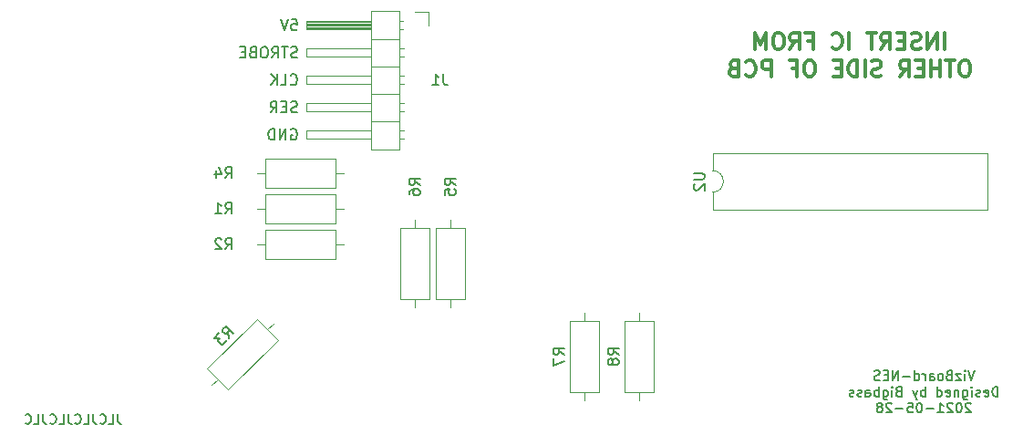
<source format=gbo>
%TF.GenerationSoftware,KiCad,Pcbnew,5.1.10-88a1d61d58~88~ubuntu20.04.1*%
%TF.CreationDate,2021-05-28T03:57:09-05:00*%
%TF.ProjectId,vizboard-nes,76697a62-6f61-4726-942d-6e65732e6b69,rev?*%
%TF.SameCoordinates,Original*%
%TF.FileFunction,Legend,Bot*%
%TF.FilePolarity,Positive*%
%FSLAX46Y46*%
G04 Gerber Fmt 4.6, Leading zero omitted, Abs format (unit mm)*
G04 Created by KiCad (PCBNEW 5.1.10-88a1d61d58~88~ubuntu20.04.1) date 2021-05-28 03:57:09*
%MOMM*%
%LPD*%
G01*
G04 APERTURE LIST*
%ADD10C,0.150000*%
%ADD11C,0.300000*%
%ADD12C,0.120000*%
%ADD13C,2.200000*%
%ADD14C,3.200000*%
%ADD15O,1.600000X1.600000*%
%ADD16R,1.600000X1.600000*%
%ADD17C,1.600000*%
%ADD18O,1.700000X1.700000*%
%ADD19R,1.700000X1.700000*%
%ADD20C,1.800000*%
%ADD21R,1.800000X1.800000*%
G04 APERTURE END LIST*
D10*
X97389142Y-104499142D02*
X97389142Y-105142000D01*
X97432000Y-105270571D01*
X97517714Y-105356285D01*
X97646285Y-105399142D01*
X97732000Y-105399142D01*
X96532000Y-105399142D02*
X96960571Y-105399142D01*
X96960571Y-104499142D01*
X95717714Y-105313428D02*
X95760571Y-105356285D01*
X95889142Y-105399142D01*
X95974857Y-105399142D01*
X96103428Y-105356285D01*
X96189142Y-105270571D01*
X96232000Y-105184857D01*
X96274857Y-105013428D01*
X96274857Y-104884857D01*
X96232000Y-104713428D01*
X96189142Y-104627714D01*
X96103428Y-104542000D01*
X95974857Y-104499142D01*
X95889142Y-104499142D01*
X95760571Y-104542000D01*
X95717714Y-104584857D01*
X95074857Y-104499142D02*
X95074857Y-105142000D01*
X95117714Y-105270571D01*
X95203428Y-105356285D01*
X95332000Y-105399142D01*
X95417714Y-105399142D01*
X94217714Y-105399142D02*
X94646285Y-105399142D01*
X94646285Y-104499142D01*
X93403428Y-105313428D02*
X93446285Y-105356285D01*
X93574857Y-105399142D01*
X93660571Y-105399142D01*
X93789142Y-105356285D01*
X93874857Y-105270571D01*
X93917714Y-105184857D01*
X93960571Y-105013428D01*
X93960571Y-104884857D01*
X93917714Y-104713428D01*
X93874857Y-104627714D01*
X93789142Y-104542000D01*
X93660571Y-104499142D01*
X93574857Y-104499142D01*
X93446285Y-104542000D01*
X93403428Y-104584857D01*
X92760571Y-104499142D02*
X92760571Y-105142000D01*
X92803428Y-105270571D01*
X92889142Y-105356285D01*
X93017714Y-105399142D01*
X93103428Y-105399142D01*
X91903428Y-105399142D02*
X92332000Y-105399142D01*
X92332000Y-104499142D01*
X91089142Y-105313428D02*
X91132000Y-105356285D01*
X91260571Y-105399142D01*
X91346285Y-105399142D01*
X91474857Y-105356285D01*
X91560571Y-105270571D01*
X91603428Y-105184857D01*
X91646285Y-105013428D01*
X91646285Y-104884857D01*
X91603428Y-104713428D01*
X91560571Y-104627714D01*
X91474857Y-104542000D01*
X91346285Y-104499142D01*
X91260571Y-104499142D01*
X91132000Y-104542000D01*
X91089142Y-104584857D01*
X90446285Y-104499142D02*
X90446285Y-105142000D01*
X90489142Y-105270571D01*
X90574857Y-105356285D01*
X90703428Y-105399142D01*
X90789142Y-105399142D01*
X89589142Y-105399142D02*
X90017714Y-105399142D01*
X90017714Y-104499142D01*
X88774857Y-105313428D02*
X88817714Y-105356285D01*
X88946285Y-105399142D01*
X89032000Y-105399142D01*
X89160571Y-105356285D01*
X89246285Y-105270571D01*
X89289142Y-105184857D01*
X89332000Y-105013428D01*
X89332000Y-104884857D01*
X89289142Y-104713428D01*
X89246285Y-104627714D01*
X89160571Y-104542000D01*
X89032000Y-104499142D01*
X88946285Y-104499142D01*
X88817714Y-104542000D01*
X88774857Y-104584857D01*
X113454595Y-78076000D02*
X113549833Y-78028380D01*
X113692690Y-78028380D01*
X113835547Y-78076000D01*
X113930785Y-78171238D01*
X113978404Y-78266476D01*
X114026023Y-78456952D01*
X114026023Y-78599809D01*
X113978404Y-78790285D01*
X113930785Y-78885523D01*
X113835547Y-78980761D01*
X113692690Y-79028380D01*
X113597452Y-79028380D01*
X113454595Y-78980761D01*
X113406976Y-78933142D01*
X113406976Y-78599809D01*
X113597452Y-78599809D01*
X112978404Y-79028380D02*
X112978404Y-78028380D01*
X112406976Y-79028380D01*
X112406976Y-78028380D01*
X111930785Y-79028380D02*
X111930785Y-78028380D01*
X111692690Y-78028380D01*
X111549833Y-78076000D01*
X111454595Y-78171238D01*
X111406976Y-78266476D01*
X111359357Y-78456952D01*
X111359357Y-78599809D01*
X111406976Y-78790285D01*
X111454595Y-78885523D01*
X111549833Y-78980761D01*
X111692690Y-79028380D01*
X111930785Y-79028380D01*
X114026023Y-76440761D02*
X113883166Y-76488380D01*
X113645071Y-76488380D01*
X113549833Y-76440761D01*
X113502214Y-76393142D01*
X113454595Y-76297904D01*
X113454595Y-76202666D01*
X113502214Y-76107428D01*
X113549833Y-76059809D01*
X113645071Y-76012190D01*
X113835547Y-75964571D01*
X113930785Y-75916952D01*
X113978404Y-75869333D01*
X114026023Y-75774095D01*
X114026023Y-75678857D01*
X113978404Y-75583619D01*
X113930785Y-75536000D01*
X113835547Y-75488380D01*
X113597452Y-75488380D01*
X113454595Y-75536000D01*
X113026023Y-75964571D02*
X112692690Y-75964571D01*
X112549833Y-76488380D02*
X113026023Y-76488380D01*
X113026023Y-75488380D01*
X112549833Y-75488380D01*
X111549833Y-76488380D02*
X111883166Y-76012190D01*
X112121261Y-76488380D02*
X112121261Y-75488380D01*
X111740309Y-75488380D01*
X111645071Y-75536000D01*
X111597452Y-75583619D01*
X111549833Y-75678857D01*
X111549833Y-75821714D01*
X111597452Y-75916952D01*
X111645071Y-75964571D01*
X111740309Y-76012190D01*
X112121261Y-76012190D01*
X113406976Y-73853142D02*
X113454595Y-73900761D01*
X113597452Y-73948380D01*
X113692690Y-73948380D01*
X113835547Y-73900761D01*
X113930785Y-73805523D01*
X113978404Y-73710285D01*
X114026023Y-73519809D01*
X114026023Y-73376952D01*
X113978404Y-73186476D01*
X113930785Y-73091238D01*
X113835547Y-72996000D01*
X113692690Y-72948380D01*
X113597452Y-72948380D01*
X113454595Y-72996000D01*
X113406976Y-73043619D01*
X112502214Y-73948380D02*
X112978404Y-73948380D01*
X112978404Y-72948380D01*
X112168880Y-73948380D02*
X112168880Y-72948380D01*
X111597452Y-73948380D02*
X112026023Y-73376952D01*
X111597452Y-72948380D02*
X112168880Y-73519809D01*
X114026023Y-71360761D02*
X113883166Y-71408380D01*
X113645071Y-71408380D01*
X113549833Y-71360761D01*
X113502214Y-71313142D01*
X113454595Y-71217904D01*
X113454595Y-71122666D01*
X113502214Y-71027428D01*
X113549833Y-70979809D01*
X113645071Y-70932190D01*
X113835547Y-70884571D01*
X113930785Y-70836952D01*
X113978404Y-70789333D01*
X114026023Y-70694095D01*
X114026023Y-70598857D01*
X113978404Y-70503619D01*
X113930785Y-70456000D01*
X113835547Y-70408380D01*
X113597452Y-70408380D01*
X113454595Y-70456000D01*
X113168880Y-70408380D02*
X112597452Y-70408380D01*
X112883166Y-71408380D02*
X112883166Y-70408380D01*
X111692690Y-71408380D02*
X112026023Y-70932190D01*
X112264119Y-71408380D02*
X112264119Y-70408380D01*
X111883166Y-70408380D01*
X111787928Y-70456000D01*
X111740309Y-70503619D01*
X111692690Y-70598857D01*
X111692690Y-70741714D01*
X111740309Y-70836952D01*
X111787928Y-70884571D01*
X111883166Y-70932190D01*
X112264119Y-70932190D01*
X111073642Y-70408380D02*
X110883166Y-70408380D01*
X110787928Y-70456000D01*
X110692690Y-70551238D01*
X110645071Y-70741714D01*
X110645071Y-71075047D01*
X110692690Y-71265523D01*
X110787928Y-71360761D01*
X110883166Y-71408380D01*
X111073642Y-71408380D01*
X111168880Y-71360761D01*
X111264119Y-71265523D01*
X111311738Y-71075047D01*
X111311738Y-70741714D01*
X111264119Y-70551238D01*
X111168880Y-70456000D01*
X111073642Y-70408380D01*
X109883166Y-70884571D02*
X109740309Y-70932190D01*
X109692690Y-70979809D01*
X109645071Y-71075047D01*
X109645071Y-71217904D01*
X109692690Y-71313142D01*
X109740309Y-71360761D01*
X109835547Y-71408380D01*
X110216500Y-71408380D01*
X110216500Y-70408380D01*
X109883166Y-70408380D01*
X109787928Y-70456000D01*
X109740309Y-70503619D01*
X109692690Y-70598857D01*
X109692690Y-70694095D01*
X109740309Y-70789333D01*
X109787928Y-70836952D01*
X109883166Y-70884571D01*
X110216500Y-70884571D01*
X109216500Y-70884571D02*
X108883166Y-70884571D01*
X108740309Y-71408380D02*
X109216500Y-71408380D01*
X109216500Y-70408380D01*
X108740309Y-70408380D01*
X113502214Y-67868380D02*
X113978404Y-67868380D01*
X114026023Y-68344571D01*
X113978404Y-68296952D01*
X113883166Y-68249333D01*
X113645071Y-68249333D01*
X113549833Y-68296952D01*
X113502214Y-68344571D01*
X113454595Y-68439809D01*
X113454595Y-68677904D01*
X113502214Y-68773142D01*
X113549833Y-68820761D01*
X113645071Y-68868380D01*
X113883166Y-68868380D01*
X113978404Y-68820761D01*
X114026023Y-68773142D01*
X113168880Y-67868380D02*
X112835547Y-68868380D01*
X112502214Y-67868380D01*
D11*
X174153714Y-70613571D02*
X174153714Y-69113571D01*
X173439428Y-70613571D02*
X173439428Y-69113571D01*
X172582285Y-70613571D01*
X172582285Y-69113571D01*
X171939428Y-70542142D02*
X171725142Y-70613571D01*
X171368000Y-70613571D01*
X171225142Y-70542142D01*
X171153714Y-70470714D01*
X171082285Y-70327857D01*
X171082285Y-70185000D01*
X171153714Y-70042142D01*
X171225142Y-69970714D01*
X171368000Y-69899285D01*
X171653714Y-69827857D01*
X171796571Y-69756428D01*
X171868000Y-69685000D01*
X171939428Y-69542142D01*
X171939428Y-69399285D01*
X171868000Y-69256428D01*
X171796571Y-69185000D01*
X171653714Y-69113571D01*
X171296571Y-69113571D01*
X171082285Y-69185000D01*
X170439428Y-69827857D02*
X169939428Y-69827857D01*
X169725142Y-70613571D02*
X170439428Y-70613571D01*
X170439428Y-69113571D01*
X169725142Y-69113571D01*
X168225142Y-70613571D02*
X168725142Y-69899285D01*
X169082285Y-70613571D02*
X169082285Y-69113571D01*
X168510857Y-69113571D01*
X168368000Y-69185000D01*
X168296571Y-69256428D01*
X168225142Y-69399285D01*
X168225142Y-69613571D01*
X168296571Y-69756428D01*
X168368000Y-69827857D01*
X168510857Y-69899285D01*
X169082285Y-69899285D01*
X167796571Y-69113571D02*
X166939428Y-69113571D01*
X167368000Y-70613571D02*
X167368000Y-69113571D01*
X165296571Y-70613571D02*
X165296571Y-69113571D01*
X163725142Y-70470714D02*
X163796571Y-70542142D01*
X164010857Y-70613571D01*
X164153714Y-70613571D01*
X164368000Y-70542142D01*
X164510857Y-70399285D01*
X164582285Y-70256428D01*
X164653714Y-69970714D01*
X164653714Y-69756428D01*
X164582285Y-69470714D01*
X164510857Y-69327857D01*
X164368000Y-69185000D01*
X164153714Y-69113571D01*
X164010857Y-69113571D01*
X163796571Y-69185000D01*
X163725142Y-69256428D01*
X161439428Y-69827857D02*
X161939428Y-69827857D01*
X161939428Y-70613571D02*
X161939428Y-69113571D01*
X161225142Y-69113571D01*
X159796571Y-70613571D02*
X160296571Y-69899285D01*
X160653714Y-70613571D02*
X160653714Y-69113571D01*
X160082285Y-69113571D01*
X159939428Y-69185000D01*
X159868000Y-69256428D01*
X159796571Y-69399285D01*
X159796571Y-69613571D01*
X159868000Y-69756428D01*
X159939428Y-69827857D01*
X160082285Y-69899285D01*
X160653714Y-69899285D01*
X158868000Y-69113571D02*
X158582285Y-69113571D01*
X158439428Y-69185000D01*
X158296571Y-69327857D01*
X158225142Y-69613571D01*
X158225142Y-70113571D01*
X158296571Y-70399285D01*
X158439428Y-70542142D01*
X158582285Y-70613571D01*
X158868000Y-70613571D01*
X159010857Y-70542142D01*
X159153714Y-70399285D01*
X159225142Y-70113571D01*
X159225142Y-69613571D01*
X159153714Y-69327857D01*
X159010857Y-69185000D01*
X158868000Y-69113571D01*
X157582285Y-70613571D02*
X157582285Y-69113571D01*
X157082285Y-70185000D01*
X156582285Y-69113571D01*
X156582285Y-70613571D01*
X176189428Y-71663571D02*
X175903714Y-71663571D01*
X175760857Y-71735000D01*
X175618000Y-71877857D01*
X175546571Y-72163571D01*
X175546571Y-72663571D01*
X175618000Y-72949285D01*
X175760857Y-73092142D01*
X175903714Y-73163571D01*
X176189428Y-73163571D01*
X176332285Y-73092142D01*
X176475142Y-72949285D01*
X176546571Y-72663571D01*
X176546571Y-72163571D01*
X176475142Y-71877857D01*
X176332285Y-71735000D01*
X176189428Y-71663571D01*
X175118000Y-71663571D02*
X174260857Y-71663571D01*
X174689428Y-73163571D02*
X174689428Y-71663571D01*
X173760857Y-73163571D02*
X173760857Y-71663571D01*
X173760857Y-72377857D02*
X172903714Y-72377857D01*
X172903714Y-73163571D02*
X172903714Y-71663571D01*
X172189428Y-72377857D02*
X171689428Y-72377857D01*
X171475142Y-73163571D02*
X172189428Y-73163571D01*
X172189428Y-71663571D01*
X171475142Y-71663571D01*
X169975142Y-73163571D02*
X170475142Y-72449285D01*
X170832285Y-73163571D02*
X170832285Y-71663571D01*
X170260857Y-71663571D01*
X170118000Y-71735000D01*
X170046571Y-71806428D01*
X169975142Y-71949285D01*
X169975142Y-72163571D01*
X170046571Y-72306428D01*
X170118000Y-72377857D01*
X170260857Y-72449285D01*
X170832285Y-72449285D01*
X168260857Y-73092142D02*
X168046571Y-73163571D01*
X167689428Y-73163571D01*
X167546571Y-73092142D01*
X167475142Y-73020714D01*
X167403714Y-72877857D01*
X167403714Y-72735000D01*
X167475142Y-72592142D01*
X167546571Y-72520714D01*
X167689428Y-72449285D01*
X167975142Y-72377857D01*
X168118000Y-72306428D01*
X168189428Y-72235000D01*
X168260857Y-72092142D01*
X168260857Y-71949285D01*
X168189428Y-71806428D01*
X168118000Y-71735000D01*
X167975142Y-71663571D01*
X167618000Y-71663571D01*
X167403714Y-71735000D01*
X166760857Y-73163571D02*
X166760857Y-71663571D01*
X166046571Y-73163571D02*
X166046571Y-71663571D01*
X165689428Y-71663571D01*
X165475142Y-71735000D01*
X165332285Y-71877857D01*
X165260857Y-72020714D01*
X165189428Y-72306428D01*
X165189428Y-72520714D01*
X165260857Y-72806428D01*
X165332285Y-72949285D01*
X165475142Y-73092142D01*
X165689428Y-73163571D01*
X166046571Y-73163571D01*
X164546571Y-72377857D02*
X164046571Y-72377857D01*
X163832285Y-73163571D02*
X164546571Y-73163571D01*
X164546571Y-71663571D01*
X163832285Y-71663571D01*
X161760857Y-71663571D02*
X161475142Y-71663571D01*
X161332285Y-71735000D01*
X161189428Y-71877857D01*
X161118000Y-72163571D01*
X161118000Y-72663571D01*
X161189428Y-72949285D01*
X161332285Y-73092142D01*
X161475142Y-73163571D01*
X161760857Y-73163571D01*
X161903714Y-73092142D01*
X162046571Y-72949285D01*
X162118000Y-72663571D01*
X162118000Y-72163571D01*
X162046571Y-71877857D01*
X161903714Y-71735000D01*
X161760857Y-71663571D01*
X159975142Y-72377857D02*
X160475142Y-72377857D01*
X160475142Y-73163571D02*
X160475142Y-71663571D01*
X159760857Y-71663571D01*
X158046571Y-73163571D02*
X158046571Y-71663571D01*
X157475142Y-71663571D01*
X157332285Y-71735000D01*
X157260857Y-71806428D01*
X157189428Y-71949285D01*
X157189428Y-72163571D01*
X157260857Y-72306428D01*
X157332285Y-72377857D01*
X157475142Y-72449285D01*
X158046571Y-72449285D01*
X155689428Y-73020714D02*
X155760857Y-73092142D01*
X155975142Y-73163571D01*
X156118000Y-73163571D01*
X156332285Y-73092142D01*
X156475142Y-72949285D01*
X156546571Y-72806428D01*
X156618000Y-72520714D01*
X156618000Y-72306428D01*
X156546571Y-72020714D01*
X156475142Y-71877857D01*
X156332285Y-71735000D01*
X156118000Y-71663571D01*
X155975142Y-71663571D01*
X155760857Y-71735000D01*
X155689428Y-71806428D01*
X154546571Y-72377857D02*
X154332285Y-72449285D01*
X154260857Y-72520714D01*
X154189428Y-72663571D01*
X154189428Y-72877857D01*
X154260857Y-73020714D01*
X154332285Y-73092142D01*
X154475142Y-73163571D01*
X155046571Y-73163571D01*
X155046571Y-71663571D01*
X154546571Y-71663571D01*
X154403714Y-71735000D01*
X154332285Y-71806428D01*
X154260857Y-71949285D01*
X154260857Y-72092142D01*
X154332285Y-72235000D01*
X154403714Y-72306428D01*
X154546571Y-72377857D01*
X155046571Y-72377857D01*
D10*
X176918857Y-100459142D02*
X176618857Y-101359142D01*
X176318857Y-100459142D01*
X176018857Y-101359142D02*
X176018857Y-100759142D01*
X176018857Y-100459142D02*
X176061714Y-100502000D01*
X176018857Y-100544857D01*
X175976000Y-100502000D01*
X176018857Y-100459142D01*
X176018857Y-100544857D01*
X175676000Y-100759142D02*
X175204571Y-100759142D01*
X175676000Y-101359142D01*
X175204571Y-101359142D01*
X174561714Y-100887714D02*
X174433142Y-100930571D01*
X174390285Y-100973428D01*
X174347428Y-101059142D01*
X174347428Y-101187714D01*
X174390285Y-101273428D01*
X174433142Y-101316285D01*
X174518857Y-101359142D01*
X174861714Y-101359142D01*
X174861714Y-100459142D01*
X174561714Y-100459142D01*
X174476000Y-100502000D01*
X174433142Y-100544857D01*
X174390285Y-100630571D01*
X174390285Y-100716285D01*
X174433142Y-100802000D01*
X174476000Y-100844857D01*
X174561714Y-100887714D01*
X174861714Y-100887714D01*
X173833142Y-101359142D02*
X173918857Y-101316285D01*
X173961714Y-101273428D01*
X174004571Y-101187714D01*
X174004571Y-100930571D01*
X173961714Y-100844857D01*
X173918857Y-100802000D01*
X173833142Y-100759142D01*
X173704571Y-100759142D01*
X173618857Y-100802000D01*
X173576000Y-100844857D01*
X173533142Y-100930571D01*
X173533142Y-101187714D01*
X173576000Y-101273428D01*
X173618857Y-101316285D01*
X173704571Y-101359142D01*
X173833142Y-101359142D01*
X172761714Y-101359142D02*
X172761714Y-100887714D01*
X172804571Y-100802000D01*
X172890285Y-100759142D01*
X173061714Y-100759142D01*
X173147428Y-100802000D01*
X172761714Y-101316285D02*
X172847428Y-101359142D01*
X173061714Y-101359142D01*
X173147428Y-101316285D01*
X173190285Y-101230571D01*
X173190285Y-101144857D01*
X173147428Y-101059142D01*
X173061714Y-101016285D01*
X172847428Y-101016285D01*
X172761714Y-100973428D01*
X172333142Y-101359142D02*
X172333142Y-100759142D01*
X172333142Y-100930571D02*
X172290285Y-100844857D01*
X172247428Y-100802000D01*
X172161714Y-100759142D01*
X172076000Y-100759142D01*
X171390285Y-101359142D02*
X171390285Y-100459142D01*
X171390285Y-101316285D02*
X171476000Y-101359142D01*
X171647428Y-101359142D01*
X171733142Y-101316285D01*
X171776000Y-101273428D01*
X171818857Y-101187714D01*
X171818857Y-100930571D01*
X171776000Y-100844857D01*
X171733142Y-100802000D01*
X171647428Y-100759142D01*
X171476000Y-100759142D01*
X171390285Y-100802000D01*
X170961714Y-101016285D02*
X170276000Y-101016285D01*
X169847428Y-101359142D02*
X169847428Y-100459142D01*
X169333142Y-101359142D01*
X169333142Y-100459142D01*
X168904571Y-100887714D02*
X168604571Y-100887714D01*
X168476000Y-101359142D02*
X168904571Y-101359142D01*
X168904571Y-100459142D01*
X168476000Y-100459142D01*
X168133142Y-101316285D02*
X168004571Y-101359142D01*
X167790285Y-101359142D01*
X167704571Y-101316285D01*
X167661714Y-101273428D01*
X167618857Y-101187714D01*
X167618857Y-101102000D01*
X167661714Y-101016285D01*
X167704571Y-100973428D01*
X167790285Y-100930571D01*
X167961714Y-100887714D01*
X168047428Y-100844857D01*
X168090285Y-100802000D01*
X168133142Y-100716285D01*
X168133142Y-100630571D01*
X168090285Y-100544857D01*
X168047428Y-100502000D01*
X167961714Y-100459142D01*
X167747428Y-100459142D01*
X167618857Y-100502000D01*
X179083142Y-102859142D02*
X179083142Y-101959142D01*
X178868857Y-101959142D01*
X178740285Y-102002000D01*
X178654571Y-102087714D01*
X178611714Y-102173428D01*
X178568857Y-102344857D01*
X178568857Y-102473428D01*
X178611714Y-102644857D01*
X178654571Y-102730571D01*
X178740285Y-102816285D01*
X178868857Y-102859142D01*
X179083142Y-102859142D01*
X177840285Y-102816285D02*
X177926000Y-102859142D01*
X178097428Y-102859142D01*
X178183142Y-102816285D01*
X178226000Y-102730571D01*
X178226000Y-102387714D01*
X178183142Y-102302000D01*
X178097428Y-102259142D01*
X177926000Y-102259142D01*
X177840285Y-102302000D01*
X177797428Y-102387714D01*
X177797428Y-102473428D01*
X178226000Y-102559142D01*
X177454571Y-102816285D02*
X177368857Y-102859142D01*
X177197428Y-102859142D01*
X177111714Y-102816285D01*
X177068857Y-102730571D01*
X177068857Y-102687714D01*
X177111714Y-102602000D01*
X177197428Y-102559142D01*
X177326000Y-102559142D01*
X177411714Y-102516285D01*
X177454571Y-102430571D01*
X177454571Y-102387714D01*
X177411714Y-102302000D01*
X177326000Y-102259142D01*
X177197428Y-102259142D01*
X177111714Y-102302000D01*
X176683142Y-102859142D02*
X176683142Y-102259142D01*
X176683142Y-101959142D02*
X176726000Y-102002000D01*
X176683142Y-102044857D01*
X176640285Y-102002000D01*
X176683142Y-101959142D01*
X176683142Y-102044857D01*
X175868857Y-102259142D02*
X175868857Y-102987714D01*
X175911714Y-103073428D01*
X175954571Y-103116285D01*
X176040285Y-103159142D01*
X176168857Y-103159142D01*
X176254571Y-103116285D01*
X175868857Y-102816285D02*
X175954571Y-102859142D01*
X176126000Y-102859142D01*
X176211714Y-102816285D01*
X176254571Y-102773428D01*
X176297428Y-102687714D01*
X176297428Y-102430571D01*
X176254571Y-102344857D01*
X176211714Y-102302000D01*
X176126000Y-102259142D01*
X175954571Y-102259142D01*
X175868857Y-102302000D01*
X175440285Y-102259142D02*
X175440285Y-102859142D01*
X175440285Y-102344857D02*
X175397428Y-102302000D01*
X175311714Y-102259142D01*
X175183142Y-102259142D01*
X175097428Y-102302000D01*
X175054571Y-102387714D01*
X175054571Y-102859142D01*
X174283142Y-102816285D02*
X174368857Y-102859142D01*
X174540285Y-102859142D01*
X174626000Y-102816285D01*
X174668857Y-102730571D01*
X174668857Y-102387714D01*
X174626000Y-102302000D01*
X174540285Y-102259142D01*
X174368857Y-102259142D01*
X174283142Y-102302000D01*
X174240285Y-102387714D01*
X174240285Y-102473428D01*
X174668857Y-102559142D01*
X173468857Y-102859142D02*
X173468857Y-101959142D01*
X173468857Y-102816285D02*
X173554571Y-102859142D01*
X173726000Y-102859142D01*
X173811714Y-102816285D01*
X173854571Y-102773428D01*
X173897428Y-102687714D01*
X173897428Y-102430571D01*
X173854571Y-102344857D01*
X173811714Y-102302000D01*
X173726000Y-102259142D01*
X173554571Y-102259142D01*
X173468857Y-102302000D01*
X172354571Y-102859142D02*
X172354571Y-101959142D01*
X172354571Y-102302000D02*
X172268857Y-102259142D01*
X172097428Y-102259142D01*
X172011714Y-102302000D01*
X171968857Y-102344857D01*
X171926000Y-102430571D01*
X171926000Y-102687714D01*
X171968857Y-102773428D01*
X172011714Y-102816285D01*
X172097428Y-102859142D01*
X172268857Y-102859142D01*
X172354571Y-102816285D01*
X171626000Y-102259142D02*
X171411714Y-102859142D01*
X171197428Y-102259142D02*
X171411714Y-102859142D01*
X171497428Y-103073428D01*
X171540285Y-103116285D01*
X171626000Y-103159142D01*
X169868857Y-102387714D02*
X169740285Y-102430571D01*
X169697428Y-102473428D01*
X169654571Y-102559142D01*
X169654571Y-102687714D01*
X169697428Y-102773428D01*
X169740285Y-102816285D01*
X169826000Y-102859142D01*
X170168857Y-102859142D01*
X170168857Y-101959142D01*
X169868857Y-101959142D01*
X169783142Y-102002000D01*
X169740285Y-102044857D01*
X169697428Y-102130571D01*
X169697428Y-102216285D01*
X169740285Y-102302000D01*
X169783142Y-102344857D01*
X169868857Y-102387714D01*
X170168857Y-102387714D01*
X169268857Y-102859142D02*
X169268857Y-102259142D01*
X169268857Y-101959142D02*
X169311714Y-102002000D01*
X169268857Y-102044857D01*
X169226000Y-102002000D01*
X169268857Y-101959142D01*
X169268857Y-102044857D01*
X168454571Y-102259142D02*
X168454571Y-102987714D01*
X168497428Y-103073428D01*
X168540285Y-103116285D01*
X168626000Y-103159142D01*
X168754571Y-103159142D01*
X168840285Y-103116285D01*
X168454571Y-102816285D02*
X168540285Y-102859142D01*
X168711714Y-102859142D01*
X168797428Y-102816285D01*
X168840285Y-102773428D01*
X168883142Y-102687714D01*
X168883142Y-102430571D01*
X168840285Y-102344857D01*
X168797428Y-102302000D01*
X168711714Y-102259142D01*
X168540285Y-102259142D01*
X168454571Y-102302000D01*
X168026000Y-102859142D02*
X168026000Y-101959142D01*
X168026000Y-102302000D02*
X167940285Y-102259142D01*
X167768857Y-102259142D01*
X167683142Y-102302000D01*
X167640285Y-102344857D01*
X167597428Y-102430571D01*
X167597428Y-102687714D01*
X167640285Y-102773428D01*
X167683142Y-102816285D01*
X167768857Y-102859142D01*
X167940285Y-102859142D01*
X168026000Y-102816285D01*
X166826000Y-102859142D02*
X166826000Y-102387714D01*
X166868857Y-102302000D01*
X166954571Y-102259142D01*
X167126000Y-102259142D01*
X167211714Y-102302000D01*
X166826000Y-102816285D02*
X166911714Y-102859142D01*
X167126000Y-102859142D01*
X167211714Y-102816285D01*
X167254571Y-102730571D01*
X167254571Y-102644857D01*
X167211714Y-102559142D01*
X167126000Y-102516285D01*
X166911714Y-102516285D01*
X166826000Y-102473428D01*
X166440285Y-102816285D02*
X166354571Y-102859142D01*
X166183142Y-102859142D01*
X166097428Y-102816285D01*
X166054571Y-102730571D01*
X166054571Y-102687714D01*
X166097428Y-102602000D01*
X166183142Y-102559142D01*
X166311714Y-102559142D01*
X166397428Y-102516285D01*
X166440285Y-102430571D01*
X166440285Y-102387714D01*
X166397428Y-102302000D01*
X166311714Y-102259142D01*
X166183142Y-102259142D01*
X166097428Y-102302000D01*
X165711714Y-102816285D02*
X165626000Y-102859142D01*
X165454571Y-102859142D01*
X165368857Y-102816285D01*
X165326000Y-102730571D01*
X165326000Y-102687714D01*
X165368857Y-102602000D01*
X165454571Y-102559142D01*
X165583142Y-102559142D01*
X165668857Y-102516285D01*
X165711714Y-102430571D01*
X165711714Y-102387714D01*
X165668857Y-102302000D01*
X165583142Y-102259142D01*
X165454571Y-102259142D01*
X165368857Y-102302000D01*
X176597428Y-103544857D02*
X176554571Y-103502000D01*
X176468857Y-103459142D01*
X176254571Y-103459142D01*
X176168857Y-103502000D01*
X176126000Y-103544857D01*
X176083142Y-103630571D01*
X176083142Y-103716285D01*
X176126000Y-103844857D01*
X176640285Y-104359142D01*
X176083142Y-104359142D01*
X175526000Y-103459142D02*
X175440285Y-103459142D01*
X175354571Y-103502000D01*
X175311714Y-103544857D01*
X175268857Y-103630571D01*
X175226000Y-103802000D01*
X175226000Y-104016285D01*
X175268857Y-104187714D01*
X175311714Y-104273428D01*
X175354571Y-104316285D01*
X175440285Y-104359142D01*
X175526000Y-104359142D01*
X175611714Y-104316285D01*
X175654571Y-104273428D01*
X175697428Y-104187714D01*
X175740285Y-104016285D01*
X175740285Y-103802000D01*
X175697428Y-103630571D01*
X175654571Y-103544857D01*
X175611714Y-103502000D01*
X175526000Y-103459142D01*
X174883142Y-103544857D02*
X174840285Y-103502000D01*
X174754571Y-103459142D01*
X174540285Y-103459142D01*
X174454571Y-103502000D01*
X174411714Y-103544857D01*
X174368857Y-103630571D01*
X174368857Y-103716285D01*
X174411714Y-103844857D01*
X174926000Y-104359142D01*
X174368857Y-104359142D01*
X173511714Y-104359142D02*
X174026000Y-104359142D01*
X173768857Y-104359142D02*
X173768857Y-103459142D01*
X173854571Y-103587714D01*
X173940285Y-103673428D01*
X174026000Y-103716285D01*
X173126000Y-104016285D02*
X172440285Y-104016285D01*
X171840285Y-103459142D02*
X171754571Y-103459142D01*
X171668857Y-103502000D01*
X171626000Y-103544857D01*
X171583142Y-103630571D01*
X171540285Y-103802000D01*
X171540285Y-104016285D01*
X171583142Y-104187714D01*
X171626000Y-104273428D01*
X171668857Y-104316285D01*
X171754571Y-104359142D01*
X171840285Y-104359142D01*
X171926000Y-104316285D01*
X171968857Y-104273428D01*
X172011714Y-104187714D01*
X172054571Y-104016285D01*
X172054571Y-103802000D01*
X172011714Y-103630571D01*
X171968857Y-103544857D01*
X171926000Y-103502000D01*
X171840285Y-103459142D01*
X170726000Y-103459142D02*
X171154571Y-103459142D01*
X171197428Y-103887714D01*
X171154571Y-103844857D01*
X171068857Y-103802000D01*
X170854571Y-103802000D01*
X170768857Y-103844857D01*
X170726000Y-103887714D01*
X170683142Y-103973428D01*
X170683142Y-104187714D01*
X170726000Y-104273428D01*
X170768857Y-104316285D01*
X170854571Y-104359142D01*
X171068857Y-104359142D01*
X171154571Y-104316285D01*
X171197428Y-104273428D01*
X170297428Y-104016285D02*
X169611714Y-104016285D01*
X169226000Y-103544857D02*
X169183142Y-103502000D01*
X169097428Y-103459142D01*
X168883142Y-103459142D01*
X168797428Y-103502000D01*
X168754571Y-103544857D01*
X168711714Y-103630571D01*
X168711714Y-103716285D01*
X168754571Y-103844857D01*
X169268857Y-104359142D01*
X168711714Y-104359142D01*
X168197428Y-103844857D02*
X168283142Y-103802000D01*
X168326000Y-103759142D01*
X168368857Y-103673428D01*
X168368857Y-103630571D01*
X168326000Y-103544857D01*
X168283142Y-103502000D01*
X168197428Y-103459142D01*
X168026000Y-103459142D01*
X167940285Y-103502000D01*
X167897428Y-103544857D01*
X167854571Y-103630571D01*
X167854571Y-103673428D01*
X167897428Y-103759142D01*
X167940285Y-103802000D01*
X168026000Y-103844857D01*
X168197428Y-103844857D01*
X168283142Y-103887714D01*
X168326000Y-103930571D01*
X168368857Y-104016285D01*
X168368857Y-104187714D01*
X168326000Y-104273428D01*
X168283142Y-104316285D01*
X168197428Y-104359142D01*
X168026000Y-104359142D01*
X167940285Y-104316285D01*
X167897428Y-104273428D01*
X167854571Y-104187714D01*
X167854571Y-104016285D01*
X167897428Y-103930571D01*
X167940285Y-103887714D01*
X168026000Y-103844857D01*
D12*
%TO.C,U2*%
X152608000Y-81894000D02*
X152608000Y-80244000D01*
X152608000Y-80244000D02*
X178128000Y-80244000D01*
X178128000Y-80244000D02*
X178128000Y-85544000D01*
X178128000Y-85544000D02*
X152608000Y-85544000D01*
X152608000Y-85544000D02*
X152608000Y-83894000D01*
X152608000Y-83894000D02*
G75*
G03*
X152608000Y-81894000I0J1000000D01*
G01*
%TO.C,R8*%
X144440000Y-95880000D02*
X147180000Y-95880000D01*
X147180000Y-95880000D02*
X147180000Y-102420000D01*
X147180000Y-102420000D02*
X144440000Y-102420000D01*
X144440000Y-102420000D02*
X144440000Y-95880000D01*
X145810000Y-95110000D02*
X145810000Y-95880000D01*
X145810000Y-103190000D02*
X145810000Y-102420000D01*
%TO.C,R7*%
X139360000Y-95880000D02*
X142100000Y-95880000D01*
X142100000Y-95880000D02*
X142100000Y-102420000D01*
X142100000Y-102420000D02*
X139360000Y-102420000D01*
X139360000Y-102420000D02*
X139360000Y-95880000D01*
X140730000Y-95110000D02*
X140730000Y-95880000D01*
X140730000Y-103190000D02*
X140730000Y-102420000D01*
%TO.C,R6*%
X123612000Y-87244000D02*
X126352000Y-87244000D01*
X126352000Y-87244000D02*
X126352000Y-93784000D01*
X126352000Y-93784000D02*
X123612000Y-93784000D01*
X123612000Y-93784000D02*
X123612000Y-87244000D01*
X124982000Y-86474000D02*
X124982000Y-87244000D01*
X124982000Y-94554000D02*
X124982000Y-93784000D01*
%TO.C,R5*%
X126914000Y-87244000D02*
X129654000Y-87244000D01*
X129654000Y-87244000D02*
X129654000Y-93784000D01*
X129654000Y-93784000D02*
X126914000Y-93784000D01*
X126914000Y-93784000D02*
X126914000Y-87244000D01*
X128284000Y-86474000D02*
X128284000Y-87244000D01*
X128284000Y-94554000D02*
X128284000Y-93784000D01*
%TO.C,R4*%
X117584000Y-80762000D02*
X117584000Y-83502000D01*
X117584000Y-83502000D02*
X111044000Y-83502000D01*
X111044000Y-83502000D02*
X111044000Y-80762000D01*
X111044000Y-80762000D02*
X117584000Y-80762000D01*
X118354000Y-82132000D02*
X117584000Y-82132000D01*
X110274000Y-82132000D02*
X111044000Y-82132000D01*
%TO.C,R3*%
X110287400Y-95651127D02*
X112224873Y-97588600D01*
X112224873Y-97588600D02*
X107600395Y-102213078D01*
X107600395Y-102213078D02*
X105662922Y-100275605D01*
X105662922Y-100275605D02*
X110287400Y-95651127D01*
X111800609Y-96075391D02*
X111256137Y-96619863D01*
X106087186Y-101788814D02*
X106631658Y-101244342D01*
%TO.C,R2*%
X117584000Y-87366000D02*
X117584000Y-90106000D01*
X117584000Y-90106000D02*
X111044000Y-90106000D01*
X111044000Y-90106000D02*
X111044000Y-87366000D01*
X111044000Y-87366000D02*
X117584000Y-87366000D01*
X118354000Y-88736000D02*
X117584000Y-88736000D01*
X110274000Y-88736000D02*
X111044000Y-88736000D01*
%TO.C,R1*%
X117584000Y-84064000D02*
X117584000Y-86804000D01*
X117584000Y-86804000D02*
X111044000Y-86804000D01*
X111044000Y-86804000D02*
X111044000Y-84064000D01*
X111044000Y-84064000D02*
X117584000Y-84064000D01*
X118354000Y-85434000D02*
X117584000Y-85434000D01*
X110274000Y-85434000D02*
X111044000Y-85434000D01*
%TO.C,J1*%
X123542000Y-67086000D02*
X123542000Y-79906000D01*
X123542000Y-79906000D02*
X120882000Y-79906000D01*
X120882000Y-79906000D02*
X120882000Y-67086000D01*
X120882000Y-67086000D02*
X123542000Y-67086000D01*
X120882000Y-68036000D02*
X114882000Y-68036000D01*
X114882000Y-68036000D02*
X114882000Y-68796000D01*
X114882000Y-68796000D02*
X120882000Y-68796000D01*
X120882000Y-68096000D02*
X114882000Y-68096000D01*
X120882000Y-68216000D02*
X114882000Y-68216000D01*
X120882000Y-68336000D02*
X114882000Y-68336000D01*
X120882000Y-68456000D02*
X114882000Y-68456000D01*
X120882000Y-68576000D02*
X114882000Y-68576000D01*
X120882000Y-68696000D02*
X114882000Y-68696000D01*
X123872000Y-68036000D02*
X123542000Y-68036000D01*
X123872000Y-68796000D02*
X123542000Y-68796000D01*
X123542000Y-69686000D02*
X120882000Y-69686000D01*
X120882000Y-70576000D02*
X114882000Y-70576000D01*
X114882000Y-70576000D02*
X114882000Y-71336000D01*
X114882000Y-71336000D02*
X120882000Y-71336000D01*
X123939071Y-70576000D02*
X123542000Y-70576000D01*
X123939071Y-71336000D02*
X123542000Y-71336000D01*
X123542000Y-72226000D02*
X120882000Y-72226000D01*
X120882000Y-73116000D02*
X114882000Y-73116000D01*
X114882000Y-73116000D02*
X114882000Y-73876000D01*
X114882000Y-73876000D02*
X120882000Y-73876000D01*
X123939071Y-73116000D02*
X123542000Y-73116000D01*
X123939071Y-73876000D02*
X123542000Y-73876000D01*
X123542000Y-74766000D02*
X120882000Y-74766000D01*
X120882000Y-75656000D02*
X114882000Y-75656000D01*
X114882000Y-75656000D02*
X114882000Y-76416000D01*
X114882000Y-76416000D02*
X120882000Y-76416000D01*
X123939071Y-75656000D02*
X123542000Y-75656000D01*
X123939071Y-76416000D02*
X123542000Y-76416000D01*
X123542000Y-77306000D02*
X120882000Y-77306000D01*
X120882000Y-78196000D02*
X114882000Y-78196000D01*
X114882000Y-78196000D02*
X114882000Y-78956000D01*
X114882000Y-78956000D02*
X120882000Y-78956000D01*
X123939071Y-78196000D02*
X123542000Y-78196000D01*
X123939071Y-78956000D02*
X123542000Y-78956000D01*
X126252000Y-68416000D02*
X126252000Y-67146000D01*
X126252000Y-67146000D02*
X124982000Y-67146000D01*
%TO.C,U2*%
D10*
X150850380Y-82132095D02*
X151659904Y-82132095D01*
X151755142Y-82179714D01*
X151802761Y-82227333D01*
X151850380Y-82322571D01*
X151850380Y-82513047D01*
X151802761Y-82608285D01*
X151755142Y-82655904D01*
X151659904Y-82703523D01*
X150850380Y-82703523D01*
X150945619Y-83132095D02*
X150898000Y-83179714D01*
X150850380Y-83274952D01*
X150850380Y-83513047D01*
X150898000Y-83608285D01*
X150945619Y-83655904D01*
X151040857Y-83703523D01*
X151136095Y-83703523D01*
X151278952Y-83655904D01*
X151850380Y-83084476D01*
X151850380Y-83703523D01*
%TO.C,R8*%
X143892380Y-98983333D02*
X143416190Y-98650000D01*
X143892380Y-98411904D02*
X142892380Y-98411904D01*
X142892380Y-98792857D01*
X142940000Y-98888095D01*
X142987619Y-98935714D01*
X143082857Y-98983333D01*
X143225714Y-98983333D01*
X143320952Y-98935714D01*
X143368571Y-98888095D01*
X143416190Y-98792857D01*
X143416190Y-98411904D01*
X143320952Y-99554761D02*
X143273333Y-99459523D01*
X143225714Y-99411904D01*
X143130476Y-99364285D01*
X143082857Y-99364285D01*
X142987619Y-99411904D01*
X142940000Y-99459523D01*
X142892380Y-99554761D01*
X142892380Y-99745238D01*
X142940000Y-99840476D01*
X142987619Y-99888095D01*
X143082857Y-99935714D01*
X143130476Y-99935714D01*
X143225714Y-99888095D01*
X143273333Y-99840476D01*
X143320952Y-99745238D01*
X143320952Y-99554761D01*
X143368571Y-99459523D01*
X143416190Y-99411904D01*
X143511428Y-99364285D01*
X143701904Y-99364285D01*
X143797142Y-99411904D01*
X143844761Y-99459523D01*
X143892380Y-99554761D01*
X143892380Y-99745238D01*
X143844761Y-99840476D01*
X143797142Y-99888095D01*
X143701904Y-99935714D01*
X143511428Y-99935714D01*
X143416190Y-99888095D01*
X143368571Y-99840476D01*
X143320952Y-99745238D01*
%TO.C,R7*%
X138812380Y-98983333D02*
X138336190Y-98650000D01*
X138812380Y-98411904D02*
X137812380Y-98411904D01*
X137812380Y-98792857D01*
X137860000Y-98888095D01*
X137907619Y-98935714D01*
X138002857Y-98983333D01*
X138145714Y-98983333D01*
X138240952Y-98935714D01*
X138288571Y-98888095D01*
X138336190Y-98792857D01*
X138336190Y-98411904D01*
X137812380Y-99316666D02*
X137812380Y-99983333D01*
X138812380Y-99554761D01*
%TO.C,R6*%
X125434380Y-83235333D02*
X124958190Y-82902000D01*
X125434380Y-82663904D02*
X124434380Y-82663904D01*
X124434380Y-83044857D01*
X124482000Y-83140095D01*
X124529619Y-83187714D01*
X124624857Y-83235333D01*
X124767714Y-83235333D01*
X124862952Y-83187714D01*
X124910571Y-83140095D01*
X124958190Y-83044857D01*
X124958190Y-82663904D01*
X124434380Y-84092476D02*
X124434380Y-83902000D01*
X124482000Y-83806761D01*
X124529619Y-83759142D01*
X124672476Y-83663904D01*
X124862952Y-83616285D01*
X125243904Y-83616285D01*
X125339142Y-83663904D01*
X125386761Y-83711523D01*
X125434380Y-83806761D01*
X125434380Y-83997238D01*
X125386761Y-84092476D01*
X125339142Y-84140095D01*
X125243904Y-84187714D01*
X125005809Y-84187714D01*
X124910571Y-84140095D01*
X124862952Y-84092476D01*
X124815333Y-83997238D01*
X124815333Y-83806761D01*
X124862952Y-83711523D01*
X124910571Y-83663904D01*
X125005809Y-83616285D01*
%TO.C,R5*%
X128736380Y-83235333D02*
X128260190Y-82902000D01*
X128736380Y-82663904D02*
X127736380Y-82663904D01*
X127736380Y-83044857D01*
X127784000Y-83140095D01*
X127831619Y-83187714D01*
X127926857Y-83235333D01*
X128069714Y-83235333D01*
X128164952Y-83187714D01*
X128212571Y-83140095D01*
X128260190Y-83044857D01*
X128260190Y-82663904D01*
X127736380Y-84140095D02*
X127736380Y-83663904D01*
X128212571Y-83616285D01*
X128164952Y-83663904D01*
X128117333Y-83759142D01*
X128117333Y-83997238D01*
X128164952Y-84092476D01*
X128212571Y-84140095D01*
X128307809Y-84187714D01*
X128545904Y-84187714D01*
X128641142Y-84140095D01*
X128688761Y-84092476D01*
X128736380Y-83997238D01*
X128736380Y-83759142D01*
X128688761Y-83663904D01*
X128641142Y-83616285D01*
%TO.C,R4*%
X107368666Y-82584380D02*
X107702000Y-82108190D01*
X107940095Y-82584380D02*
X107940095Y-81584380D01*
X107559142Y-81584380D01*
X107463904Y-81632000D01*
X107416285Y-81679619D01*
X107368666Y-81774857D01*
X107368666Y-81917714D01*
X107416285Y-82012952D01*
X107463904Y-82060571D01*
X107559142Y-82108190D01*
X107940095Y-82108190D01*
X106511523Y-81917714D02*
X106511523Y-82584380D01*
X106749619Y-81536761D02*
X106987714Y-82251047D01*
X106368666Y-82251047D01*
%TO.C,R3*%
X107705786Y-97458289D02*
X107604771Y-96885869D01*
X108109847Y-97054228D02*
X107402741Y-96347121D01*
X107133366Y-96616495D01*
X107099695Y-96717510D01*
X107099695Y-96784854D01*
X107133366Y-96885869D01*
X107234382Y-96986884D01*
X107335397Y-97020556D01*
X107402741Y-97020556D01*
X107503756Y-96986884D01*
X107773130Y-96717510D01*
X106762977Y-96986884D02*
X106325244Y-97424617D01*
X106830321Y-97458289D01*
X106729305Y-97559304D01*
X106695634Y-97660320D01*
X106695634Y-97727663D01*
X106729305Y-97828678D01*
X106897664Y-97997037D01*
X106998679Y-98030709D01*
X107066023Y-98030709D01*
X107167038Y-97997037D01*
X107369069Y-97795007D01*
X107402741Y-97693991D01*
X107402741Y-97626648D01*
%TO.C,R2*%
X107368666Y-89188380D02*
X107702000Y-88712190D01*
X107940095Y-89188380D02*
X107940095Y-88188380D01*
X107559142Y-88188380D01*
X107463904Y-88236000D01*
X107416285Y-88283619D01*
X107368666Y-88378857D01*
X107368666Y-88521714D01*
X107416285Y-88616952D01*
X107463904Y-88664571D01*
X107559142Y-88712190D01*
X107940095Y-88712190D01*
X106987714Y-88283619D02*
X106940095Y-88236000D01*
X106844857Y-88188380D01*
X106606761Y-88188380D01*
X106511523Y-88236000D01*
X106463904Y-88283619D01*
X106416285Y-88378857D01*
X106416285Y-88474095D01*
X106463904Y-88616952D01*
X107035333Y-89188380D01*
X106416285Y-89188380D01*
%TO.C,R1*%
X107368666Y-85886380D02*
X107702000Y-85410190D01*
X107940095Y-85886380D02*
X107940095Y-84886380D01*
X107559142Y-84886380D01*
X107463904Y-84934000D01*
X107416285Y-84981619D01*
X107368666Y-85076857D01*
X107368666Y-85219714D01*
X107416285Y-85314952D01*
X107463904Y-85362571D01*
X107559142Y-85410190D01*
X107940095Y-85410190D01*
X106416285Y-85886380D02*
X106987714Y-85886380D01*
X106702000Y-85886380D02*
X106702000Y-84886380D01*
X106797238Y-85029238D01*
X106892476Y-85124476D01*
X106987714Y-85172095D01*
%TO.C,J1*%
X127601333Y-72948380D02*
X127601333Y-73662666D01*
X127648952Y-73805523D01*
X127744190Y-73900761D01*
X127887047Y-73948380D01*
X127982285Y-73948380D01*
X126601333Y-73948380D02*
X127172761Y-73948380D01*
X126887047Y-73948380D02*
X126887047Y-72948380D01*
X126982285Y-73091238D01*
X127077523Y-73186476D01*
X127172761Y-73234095D01*
%TD*%
%LPC*%
D13*
%TO.C,REF\u002A\u002A*%
X103709500Y-77242500D03*
%TD*%
%TO.C,REF\u002A\u002A*%
X131205000Y-67273000D03*
%TD*%
%TO.C,REF\u002A\u002A*%
X183719500Y-67273000D03*
%TD*%
%TO.C,REF\u002A\u002A*%
X183719500Y-102261500D03*
%TD*%
%TO.C,REF\u002A\u002A*%
X78690500Y-102261500D03*
%TD*%
%TO.C,REF\u002A\u002A*%
X126696500Y-102261500D03*
%TD*%
D14*
%TO.C,REF\u002A\u002A*%
X144717800Y-89244000D03*
%TD*%
%TO.C,REF\u002A\u002A*%
X138723400Y-86246800D03*
%TD*%
D15*
%TO.C,U2*%
X153938000Y-86704000D03*
X176798000Y-79084000D03*
X156478000Y-86704000D03*
X174258000Y-79084000D03*
X159018000Y-86704000D03*
X171718000Y-79084000D03*
X161558000Y-86704000D03*
X169178000Y-79084000D03*
X164098000Y-86704000D03*
X166638000Y-79084000D03*
X166638000Y-86704000D03*
X164098000Y-79084000D03*
X169178000Y-86704000D03*
X161558000Y-79084000D03*
X171718000Y-86704000D03*
X159018000Y-79084000D03*
X174258000Y-86704000D03*
X156478000Y-79084000D03*
X176798000Y-86704000D03*
D16*
X153938000Y-79084000D03*
%TD*%
D15*
%TO.C,U1*%
X156732000Y-67146000D03*
X174512000Y-74766000D03*
X159272000Y-67146000D03*
X171972000Y-74766000D03*
X161812000Y-67146000D03*
X169432000Y-74766000D03*
X164352000Y-67146000D03*
X166892000Y-74766000D03*
X166892000Y-67146000D03*
X164352000Y-74766000D03*
X169432000Y-67146000D03*
X161812000Y-74766000D03*
X171972000Y-67146000D03*
X159272000Y-74766000D03*
X174512000Y-67146000D03*
D16*
X156732000Y-74766000D03*
%TD*%
D15*
%TO.C,R8*%
X145810000Y-104230000D03*
D17*
X145810000Y-94070000D03*
%TD*%
D15*
%TO.C,R7*%
X140730000Y-104230000D03*
D17*
X140730000Y-94070000D03*
%TD*%
D15*
%TO.C,R6*%
X124982000Y-95594000D03*
D17*
X124982000Y-85434000D03*
%TD*%
D15*
%TO.C,R5*%
X128284000Y-95594000D03*
D17*
X128284000Y-85434000D03*
%TD*%
D15*
%TO.C,R4*%
X109234000Y-82132000D03*
D17*
X119394000Y-82132000D03*
%TD*%
%TO.C,R3*%
G36*
G01*
X105917480Y-101958520D02*
X105917480Y-101958520D01*
G75*
G02*
X105917480Y-103089890I-565685J-565685D01*
G01*
X105917480Y-103089890D01*
G75*
G02*
X104786110Y-103089890I-565685J565685D01*
G01*
X104786110Y-103089890D01*
G75*
G02*
X104786110Y-101958520I565685J565685D01*
G01*
X104786110Y-101958520D01*
G75*
G02*
X105917480Y-101958520I565685J-565685D01*
G01*
G37*
X112536000Y-95340000D03*
%TD*%
D15*
%TO.C,R2*%
X109234000Y-88736000D03*
D17*
X119394000Y-88736000D03*
%TD*%
D15*
%TO.C,R1*%
X109234000Y-85434000D03*
D17*
X119394000Y-85434000D03*
%TD*%
D18*
%TO.C,J1*%
X124982000Y-78576000D03*
X124982000Y-76036000D03*
X124982000Y-73496000D03*
X124982000Y-70956000D03*
D19*
X124982000Y-68416000D03*
%TD*%
D20*
%TO.C,D8*%
X170956000Y-95721000D03*
D21*
X173496000Y-95721000D03*
%TD*%
D20*
%TO.C,D7*%
X154954000Y-95721000D03*
D21*
X157494000Y-95721000D03*
%TD*%
D20*
%TO.C,D6*%
X117362000Y-95721000D03*
D21*
X119902000Y-95721000D03*
%TD*%
D20*
%TO.C,D5*%
X133491000Y-95721000D03*
D21*
X136031000Y-95721000D03*
%TD*%
D20*
%TO.C,D4*%
X89930000Y-80735000D03*
D21*
X92470000Y-80735000D03*
%TD*%
D20*
%TO.C,D3*%
X89930000Y-99023000D03*
D21*
X92470000Y-99023000D03*
%TD*%
D20*
%TO.C,D2*%
X80913000Y-90006000D03*
D21*
X83453000Y-90006000D03*
%TD*%
D20*
%TO.C,D1*%
X98947000Y-90006000D03*
D21*
X101487000Y-90006000D03*
%TD*%
M02*

</source>
